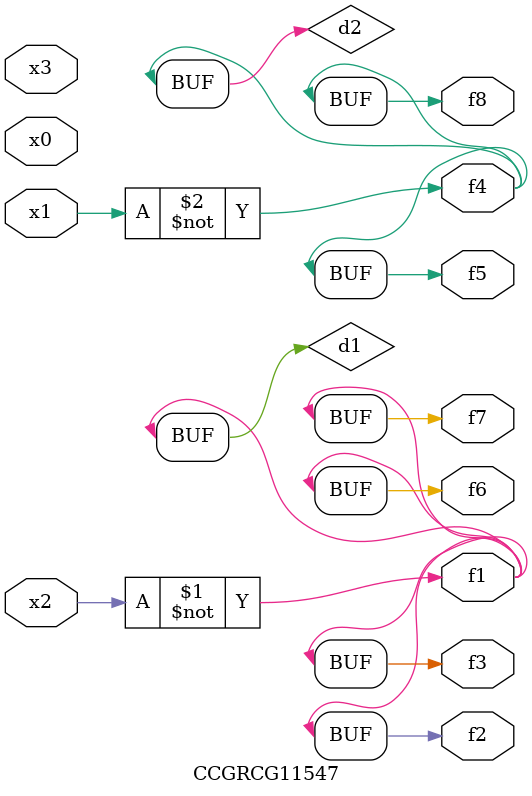
<source format=v>
module CCGRCG11547(
	input x0, x1, x2, x3,
	output f1, f2, f3, f4, f5, f6, f7, f8
);

	wire d1, d2;

	xnor (d1, x2);
	not (d2, x1);
	assign f1 = d1;
	assign f2 = d1;
	assign f3 = d1;
	assign f4 = d2;
	assign f5 = d2;
	assign f6 = d1;
	assign f7 = d1;
	assign f8 = d2;
endmodule

</source>
